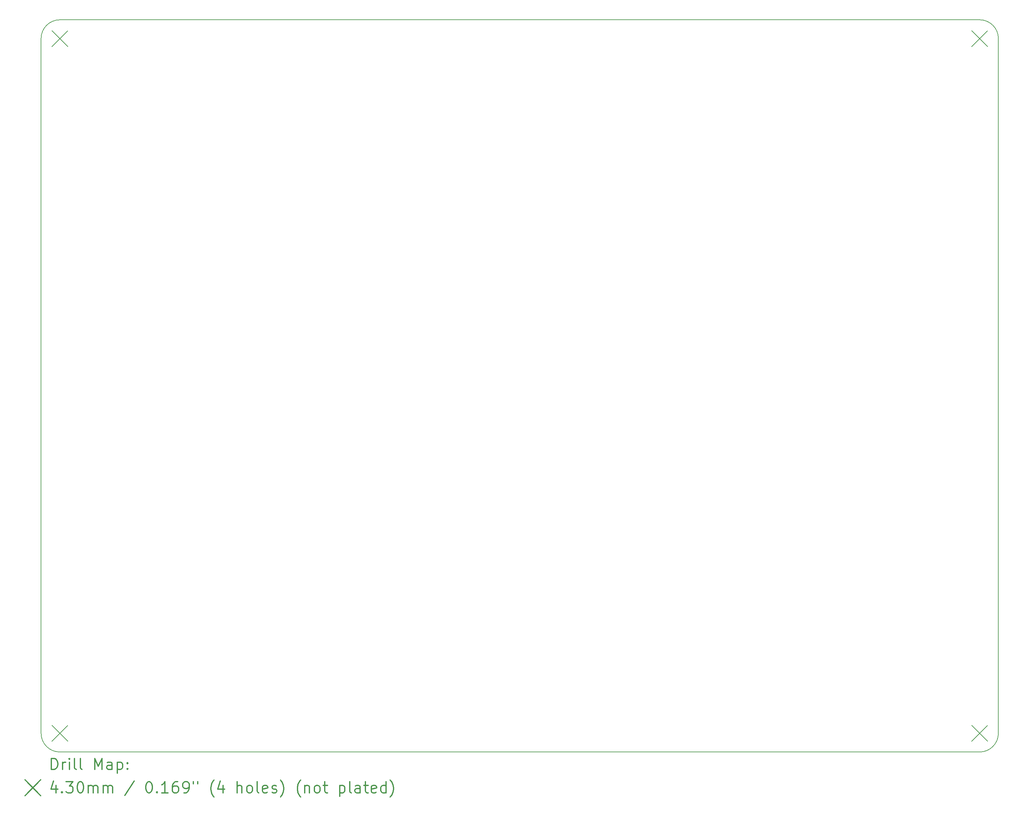
<source format=gbr>
%FSLAX45Y45*%
G04 Gerber Fmt 4.5, Leading zero omitted, Abs format (unit mm)*
G04 Created by KiCad (PCBNEW 5.0.1) date Fri 21 Dec 2018 00:14:36 AEDT*
%MOMM*%
%LPD*%
G01*
G04 APERTURE LIST*
%ADD10C,0.150000*%
%ADD11C,0.200000*%
%ADD12C,0.300000*%
G04 APERTURE END LIST*
D10*
X1016000Y-1524000D02*
G75*
G02X1524000Y-1016000I508000J0D01*
G01*
X1524000Y-20828000D02*
G75*
G02X1016000Y-20320000I0J508000D01*
G01*
X26924000Y-20320000D02*
G75*
G02X26416000Y-20828000I-508000J0D01*
G01*
X26416000Y-1016000D02*
G75*
G02X26924000Y-1524000I0J-508000D01*
G01*
X26416000Y-1016000D02*
X1524000Y-1016000D01*
X26924000Y-20320000D02*
X26924000Y-1524000D01*
X1524000Y-20828000D02*
X26416000Y-20828000D01*
X1016000Y-1524000D02*
X1016000Y-20320000D01*
D11*
X1309000Y-1309000D02*
X1739000Y-1739000D01*
X1739000Y-1309000D02*
X1309000Y-1739000D01*
X26201000Y-20105000D02*
X26631000Y-20535000D01*
X26631000Y-20105000D02*
X26201000Y-20535000D01*
X26201000Y-1309000D02*
X26631000Y-1739000D01*
X26631000Y-1309000D02*
X26201000Y-1739000D01*
X1309000Y-20105000D02*
X1739000Y-20535000D01*
X1739000Y-20105000D02*
X1309000Y-20535000D01*
D12*
X1294928Y-21301214D02*
X1294928Y-21001214D01*
X1366357Y-21001214D01*
X1409214Y-21015500D01*
X1437786Y-21044072D01*
X1452071Y-21072643D01*
X1466357Y-21129786D01*
X1466357Y-21172643D01*
X1452071Y-21229786D01*
X1437786Y-21258357D01*
X1409214Y-21286929D01*
X1366357Y-21301214D01*
X1294928Y-21301214D01*
X1594928Y-21301214D02*
X1594928Y-21101214D01*
X1594928Y-21158357D02*
X1609214Y-21129786D01*
X1623500Y-21115500D01*
X1652071Y-21101214D01*
X1680643Y-21101214D01*
X1780643Y-21301214D02*
X1780643Y-21101214D01*
X1780643Y-21001214D02*
X1766357Y-21015500D01*
X1780643Y-21029786D01*
X1794928Y-21015500D01*
X1780643Y-21001214D01*
X1780643Y-21029786D01*
X1966357Y-21301214D02*
X1937786Y-21286929D01*
X1923500Y-21258357D01*
X1923500Y-21001214D01*
X2123500Y-21301214D02*
X2094928Y-21286929D01*
X2080643Y-21258357D01*
X2080643Y-21001214D01*
X2466357Y-21301214D02*
X2466357Y-21001214D01*
X2566357Y-21215500D01*
X2666357Y-21001214D01*
X2666357Y-21301214D01*
X2937786Y-21301214D02*
X2937786Y-21144072D01*
X2923500Y-21115500D01*
X2894928Y-21101214D01*
X2837786Y-21101214D01*
X2809214Y-21115500D01*
X2937786Y-21286929D02*
X2909214Y-21301214D01*
X2837786Y-21301214D01*
X2809214Y-21286929D01*
X2794928Y-21258357D01*
X2794928Y-21229786D01*
X2809214Y-21201214D01*
X2837786Y-21186929D01*
X2909214Y-21186929D01*
X2937786Y-21172643D01*
X3080643Y-21101214D02*
X3080643Y-21401214D01*
X3080643Y-21115500D02*
X3109214Y-21101214D01*
X3166357Y-21101214D01*
X3194928Y-21115500D01*
X3209214Y-21129786D01*
X3223500Y-21158357D01*
X3223500Y-21244072D01*
X3209214Y-21272643D01*
X3194928Y-21286929D01*
X3166357Y-21301214D01*
X3109214Y-21301214D01*
X3080643Y-21286929D01*
X3352071Y-21272643D02*
X3366357Y-21286929D01*
X3352071Y-21301214D01*
X3337786Y-21286929D01*
X3352071Y-21272643D01*
X3352071Y-21301214D01*
X3352071Y-21115500D02*
X3366357Y-21129786D01*
X3352071Y-21144072D01*
X3337786Y-21129786D01*
X3352071Y-21115500D01*
X3352071Y-21144072D01*
X578500Y-21580500D02*
X1008500Y-22010500D01*
X1008500Y-21580500D02*
X578500Y-22010500D01*
X1423500Y-21731214D02*
X1423500Y-21931214D01*
X1352071Y-21616929D02*
X1280643Y-21831214D01*
X1466357Y-21831214D01*
X1580643Y-21902643D02*
X1594928Y-21916929D01*
X1580643Y-21931214D01*
X1566357Y-21916929D01*
X1580643Y-21902643D01*
X1580643Y-21931214D01*
X1694928Y-21631214D02*
X1880643Y-21631214D01*
X1780643Y-21745500D01*
X1823500Y-21745500D01*
X1852071Y-21759786D01*
X1866357Y-21774072D01*
X1880643Y-21802643D01*
X1880643Y-21874072D01*
X1866357Y-21902643D01*
X1852071Y-21916929D01*
X1823500Y-21931214D01*
X1737786Y-21931214D01*
X1709214Y-21916929D01*
X1694928Y-21902643D01*
X2066357Y-21631214D02*
X2094928Y-21631214D01*
X2123500Y-21645500D01*
X2137786Y-21659786D01*
X2152071Y-21688357D01*
X2166357Y-21745500D01*
X2166357Y-21816929D01*
X2152071Y-21874072D01*
X2137786Y-21902643D01*
X2123500Y-21916929D01*
X2094928Y-21931214D01*
X2066357Y-21931214D01*
X2037786Y-21916929D01*
X2023500Y-21902643D01*
X2009214Y-21874072D01*
X1994928Y-21816929D01*
X1994928Y-21745500D01*
X2009214Y-21688357D01*
X2023500Y-21659786D01*
X2037786Y-21645500D01*
X2066357Y-21631214D01*
X2294928Y-21931214D02*
X2294928Y-21731214D01*
X2294928Y-21759786D02*
X2309214Y-21745500D01*
X2337786Y-21731214D01*
X2380643Y-21731214D01*
X2409214Y-21745500D01*
X2423500Y-21774072D01*
X2423500Y-21931214D01*
X2423500Y-21774072D02*
X2437786Y-21745500D01*
X2466357Y-21731214D01*
X2509214Y-21731214D01*
X2537786Y-21745500D01*
X2552071Y-21774072D01*
X2552071Y-21931214D01*
X2694928Y-21931214D02*
X2694928Y-21731214D01*
X2694928Y-21759786D02*
X2709214Y-21745500D01*
X2737786Y-21731214D01*
X2780643Y-21731214D01*
X2809214Y-21745500D01*
X2823500Y-21774072D01*
X2823500Y-21931214D01*
X2823500Y-21774072D02*
X2837786Y-21745500D01*
X2866357Y-21731214D01*
X2909214Y-21731214D01*
X2937786Y-21745500D01*
X2952071Y-21774072D01*
X2952071Y-21931214D01*
X3537786Y-21616929D02*
X3280643Y-22002643D01*
X3923500Y-21631214D02*
X3952071Y-21631214D01*
X3980643Y-21645500D01*
X3994928Y-21659786D01*
X4009214Y-21688357D01*
X4023500Y-21745500D01*
X4023500Y-21816929D01*
X4009214Y-21874072D01*
X3994928Y-21902643D01*
X3980643Y-21916929D01*
X3952071Y-21931214D01*
X3923500Y-21931214D01*
X3894928Y-21916929D01*
X3880643Y-21902643D01*
X3866357Y-21874072D01*
X3852071Y-21816929D01*
X3852071Y-21745500D01*
X3866357Y-21688357D01*
X3880643Y-21659786D01*
X3894928Y-21645500D01*
X3923500Y-21631214D01*
X4152071Y-21902643D02*
X4166357Y-21916929D01*
X4152071Y-21931214D01*
X4137786Y-21916929D01*
X4152071Y-21902643D01*
X4152071Y-21931214D01*
X4452071Y-21931214D02*
X4280643Y-21931214D01*
X4366357Y-21931214D02*
X4366357Y-21631214D01*
X4337786Y-21674072D01*
X4309214Y-21702643D01*
X4280643Y-21716929D01*
X4709214Y-21631214D02*
X4652071Y-21631214D01*
X4623500Y-21645500D01*
X4609214Y-21659786D01*
X4580643Y-21702643D01*
X4566357Y-21759786D01*
X4566357Y-21874072D01*
X4580643Y-21902643D01*
X4594928Y-21916929D01*
X4623500Y-21931214D01*
X4680643Y-21931214D01*
X4709214Y-21916929D01*
X4723500Y-21902643D01*
X4737786Y-21874072D01*
X4737786Y-21802643D01*
X4723500Y-21774072D01*
X4709214Y-21759786D01*
X4680643Y-21745500D01*
X4623500Y-21745500D01*
X4594928Y-21759786D01*
X4580643Y-21774072D01*
X4566357Y-21802643D01*
X4880643Y-21931214D02*
X4937786Y-21931214D01*
X4966357Y-21916929D01*
X4980643Y-21902643D01*
X5009214Y-21859786D01*
X5023500Y-21802643D01*
X5023500Y-21688357D01*
X5009214Y-21659786D01*
X4994928Y-21645500D01*
X4966357Y-21631214D01*
X4909214Y-21631214D01*
X4880643Y-21645500D01*
X4866357Y-21659786D01*
X4852071Y-21688357D01*
X4852071Y-21759786D01*
X4866357Y-21788357D01*
X4880643Y-21802643D01*
X4909214Y-21816929D01*
X4966357Y-21816929D01*
X4994928Y-21802643D01*
X5009214Y-21788357D01*
X5023500Y-21759786D01*
X5137786Y-21631214D02*
X5137786Y-21688357D01*
X5252071Y-21631214D02*
X5252071Y-21688357D01*
X5694928Y-22045500D02*
X5680643Y-22031214D01*
X5652071Y-21988357D01*
X5637786Y-21959786D01*
X5623500Y-21916929D01*
X5609214Y-21845500D01*
X5609214Y-21788357D01*
X5623500Y-21716929D01*
X5637786Y-21674072D01*
X5652071Y-21645500D01*
X5680643Y-21602643D01*
X5694928Y-21588357D01*
X5937786Y-21731214D02*
X5937786Y-21931214D01*
X5866357Y-21616929D02*
X5794928Y-21831214D01*
X5980643Y-21831214D01*
X6323500Y-21931214D02*
X6323500Y-21631214D01*
X6452071Y-21931214D02*
X6452071Y-21774072D01*
X6437786Y-21745500D01*
X6409214Y-21731214D01*
X6366357Y-21731214D01*
X6337786Y-21745500D01*
X6323500Y-21759786D01*
X6637786Y-21931214D02*
X6609214Y-21916929D01*
X6594928Y-21902643D01*
X6580643Y-21874072D01*
X6580643Y-21788357D01*
X6594928Y-21759786D01*
X6609214Y-21745500D01*
X6637786Y-21731214D01*
X6680643Y-21731214D01*
X6709214Y-21745500D01*
X6723500Y-21759786D01*
X6737786Y-21788357D01*
X6737786Y-21874072D01*
X6723500Y-21902643D01*
X6709214Y-21916929D01*
X6680643Y-21931214D01*
X6637786Y-21931214D01*
X6909214Y-21931214D02*
X6880643Y-21916929D01*
X6866357Y-21888357D01*
X6866357Y-21631214D01*
X7137786Y-21916929D02*
X7109214Y-21931214D01*
X7052071Y-21931214D01*
X7023500Y-21916929D01*
X7009214Y-21888357D01*
X7009214Y-21774072D01*
X7023500Y-21745500D01*
X7052071Y-21731214D01*
X7109214Y-21731214D01*
X7137786Y-21745500D01*
X7152071Y-21774072D01*
X7152071Y-21802643D01*
X7009214Y-21831214D01*
X7266357Y-21916929D02*
X7294928Y-21931214D01*
X7352071Y-21931214D01*
X7380643Y-21916929D01*
X7394928Y-21888357D01*
X7394928Y-21874072D01*
X7380643Y-21845500D01*
X7352071Y-21831214D01*
X7309214Y-21831214D01*
X7280643Y-21816929D01*
X7266357Y-21788357D01*
X7266357Y-21774072D01*
X7280643Y-21745500D01*
X7309214Y-21731214D01*
X7352071Y-21731214D01*
X7380643Y-21745500D01*
X7494928Y-22045500D02*
X7509214Y-22031214D01*
X7537786Y-21988357D01*
X7552071Y-21959786D01*
X7566357Y-21916929D01*
X7580643Y-21845500D01*
X7580643Y-21788357D01*
X7566357Y-21716929D01*
X7552071Y-21674072D01*
X7537786Y-21645500D01*
X7509214Y-21602643D01*
X7494928Y-21588357D01*
X8037786Y-22045500D02*
X8023500Y-22031214D01*
X7994928Y-21988357D01*
X7980643Y-21959786D01*
X7966357Y-21916929D01*
X7952071Y-21845500D01*
X7952071Y-21788357D01*
X7966357Y-21716929D01*
X7980643Y-21674072D01*
X7994928Y-21645500D01*
X8023500Y-21602643D01*
X8037786Y-21588357D01*
X8152071Y-21731214D02*
X8152071Y-21931214D01*
X8152071Y-21759786D02*
X8166357Y-21745500D01*
X8194928Y-21731214D01*
X8237786Y-21731214D01*
X8266357Y-21745500D01*
X8280643Y-21774072D01*
X8280643Y-21931214D01*
X8466357Y-21931214D02*
X8437786Y-21916929D01*
X8423500Y-21902643D01*
X8409214Y-21874072D01*
X8409214Y-21788357D01*
X8423500Y-21759786D01*
X8437786Y-21745500D01*
X8466357Y-21731214D01*
X8509214Y-21731214D01*
X8537786Y-21745500D01*
X8552071Y-21759786D01*
X8566357Y-21788357D01*
X8566357Y-21874072D01*
X8552071Y-21902643D01*
X8537786Y-21916929D01*
X8509214Y-21931214D01*
X8466357Y-21931214D01*
X8652071Y-21731214D02*
X8766357Y-21731214D01*
X8694928Y-21631214D02*
X8694928Y-21888357D01*
X8709214Y-21916929D01*
X8737786Y-21931214D01*
X8766357Y-21931214D01*
X9094928Y-21731214D02*
X9094928Y-22031214D01*
X9094928Y-21745500D02*
X9123500Y-21731214D01*
X9180643Y-21731214D01*
X9209214Y-21745500D01*
X9223500Y-21759786D01*
X9237786Y-21788357D01*
X9237786Y-21874072D01*
X9223500Y-21902643D01*
X9209214Y-21916929D01*
X9180643Y-21931214D01*
X9123500Y-21931214D01*
X9094928Y-21916929D01*
X9409214Y-21931214D02*
X9380643Y-21916929D01*
X9366357Y-21888357D01*
X9366357Y-21631214D01*
X9652071Y-21931214D02*
X9652071Y-21774072D01*
X9637786Y-21745500D01*
X9609214Y-21731214D01*
X9552071Y-21731214D01*
X9523500Y-21745500D01*
X9652071Y-21916929D02*
X9623500Y-21931214D01*
X9552071Y-21931214D01*
X9523500Y-21916929D01*
X9509214Y-21888357D01*
X9509214Y-21859786D01*
X9523500Y-21831214D01*
X9552071Y-21816929D01*
X9623500Y-21816929D01*
X9652071Y-21802643D01*
X9752071Y-21731214D02*
X9866357Y-21731214D01*
X9794928Y-21631214D02*
X9794928Y-21888357D01*
X9809214Y-21916929D01*
X9837786Y-21931214D01*
X9866357Y-21931214D01*
X10080643Y-21916929D02*
X10052071Y-21931214D01*
X9994928Y-21931214D01*
X9966357Y-21916929D01*
X9952071Y-21888357D01*
X9952071Y-21774072D01*
X9966357Y-21745500D01*
X9994928Y-21731214D01*
X10052071Y-21731214D01*
X10080643Y-21745500D01*
X10094928Y-21774072D01*
X10094928Y-21802643D01*
X9952071Y-21831214D01*
X10352071Y-21931214D02*
X10352071Y-21631214D01*
X10352071Y-21916929D02*
X10323500Y-21931214D01*
X10266357Y-21931214D01*
X10237786Y-21916929D01*
X10223500Y-21902643D01*
X10209214Y-21874072D01*
X10209214Y-21788357D01*
X10223500Y-21759786D01*
X10237786Y-21745500D01*
X10266357Y-21731214D01*
X10323500Y-21731214D01*
X10352071Y-21745500D01*
X10466357Y-22045500D02*
X10480643Y-22031214D01*
X10509214Y-21988357D01*
X10523500Y-21959786D01*
X10537786Y-21916929D01*
X10552071Y-21845500D01*
X10552071Y-21788357D01*
X10537786Y-21716929D01*
X10523500Y-21674072D01*
X10509214Y-21645500D01*
X10480643Y-21602643D01*
X10466357Y-21588357D01*
M02*

</source>
